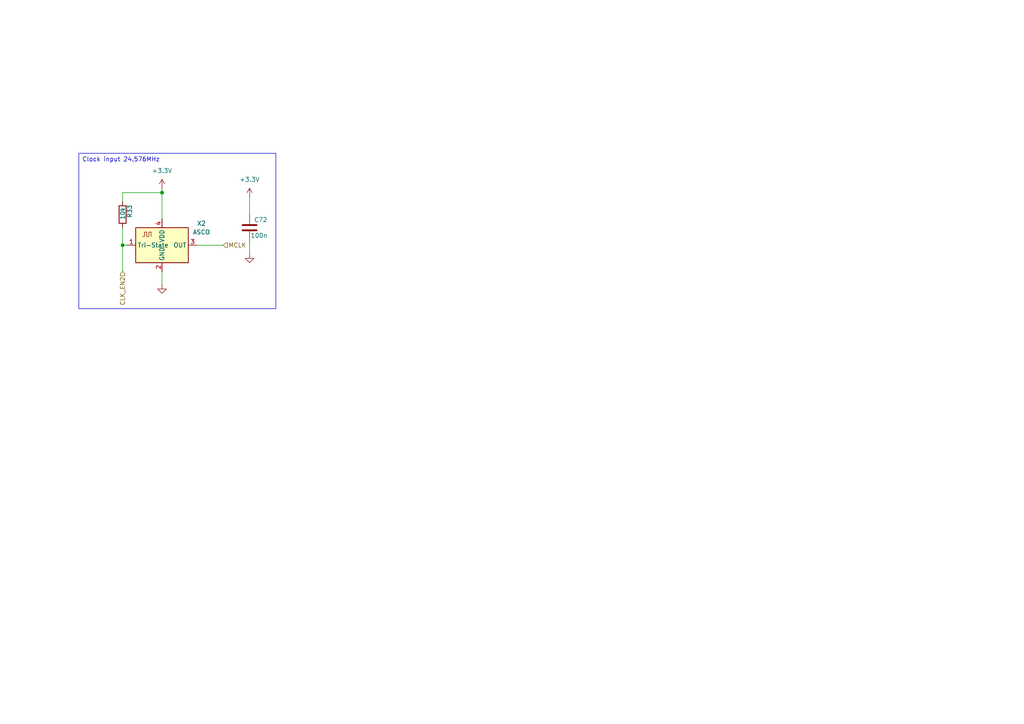
<source format=kicad_sch>
(kicad_sch (version 20231120) (generator "eeschema") (generator_version "8.0")
  (paper "A4")
  (lib_symbols
    (symbol "Device:C" (pin_numbers hide) (pin_names (offset 0.254))
      (property "Reference" "C" (at 0.635 2.54 0))
      (property "Value" "C" (at 0.635 -2.54 0))
      (symbol "C_0_1"
        (polyline (pts (xy -2.032 -0.762) (xy 2.032 -0.762)) (stroke (width 0.508)))
        (polyline (pts (xy -2.032 0.762) (xy 2.032 0.762)) (stroke (width 0.508)))
      )
      (symbol "C_1_1"
        (pin passive line (at 0 3.81 270) (length 2.794) (name "~") (number "1"))
        (pin passive line (at 0 -3.81 90) (length 2.794) (name "~") (number "2"))
      )
    )
    (symbol "Device:R" (pin_numbers hide) (pin_names (offset 0))
      (property "Reference" "R" (at 2.032 0 90))
      (property "Value" "R" (at 0 0 90))
      (symbol "R_0_1"
        (rectangle (start -1.016 -2.54) (end 1.016 2.54) (stroke (width 0.254)))
      )
      (symbol "R_1_1"
        (pin passive line (at 0 3.81 270) (length 1.27) (name "~") (number "1"))
        (pin passive line (at 0 -3.81 90) (length 1.27) (name "~") (number "2"))
      )
    )
    (symbol "Oscillator:ASCO"
      (property "Reference" "X" (at -7.62 6.35 0))
      (property "Value" "ASCO" (at 1.27 -6.35 0))
      (symbol "ASCO_0_1"
        (rectangle (start -7.62 5.08) (end 7.62 -5.08) (stroke (width 0.254)) (fill (type background)))
        (polyline (pts (xy -5.715 2.54) (xy -5.08 2.54) (xy -5.08 3.81) (xy -4.445 3.81) (xy -4.445 2.54) (xy -3.81 2.54) (xy -3.81 3.81) (xy -3.175 3.81) (xy -3.175 2.54)))
      )
      (symbol "ASCO_1_1"
        (pin input line (at -10.16 0 0) (length 2.54) (name "Tri-State") (number "1"))
        (pin power_in line (at 0 -7.62 90) (length 2.54) (name "GND") (number "2"))
        (pin output line (at 10.16 0 180) (length 2.54) (name "OUT") (number "3"))
        (pin power_in line (at 0 7.62 270) (length 2.54) (name "VDD") (number "4"))
      )
    )
    (symbol "power:+3.3V" (power) (pin_numbers hide) (pin_names (offset 0) hide)
      (property "Value" "+3.3V" (at 0 3.556 0))
      (symbol "+3.3V_0_1"
        (polyline (pts (xy -0.762 1.27) (xy 0 2.54)))
        (polyline (pts (xy 0 0) (xy 0 2.54)))
        (polyline (pts (xy 0 2.54) (xy 0.762 1.27)))
      )
      (symbol "+3.3V_1_1"
        (pin power_in line (at 0 0 90) (length 0) (name "~") (number "1"))
      )
    )
    (symbol "power:GND" (power) (pin_numbers hide) (pin_names (offset 0) hide)
      (property "Value" "GND" (at 0 -3.81 0))
      (symbol "GND_0_1"
        (polyline (pts (xy 0 0) (xy 0 -1.27) (xy 1.27 -1.27) (xy 0 -2.54) (xy -1.27 -1.27) (xy 0 -1.27)))
      )
      (symbol "GND_1_1"
        (pin power_in line (at 0 0 270) (length 0) (name "~") (number "1"))
      )
    )
  )
  (junction (at 35.56 71.12))
  (junction (at 46.99 55.88))
  (wire (pts (xy 46.99 78.74) (xy 46.99 82.55)))
  (wire (pts (xy 35.56 55.88) (xy 46.99 55.88)))
  (wire (pts (xy 35.56 58.42) (xy 35.56 55.88)))
  (wire (pts (xy 57.15 71.12) (xy 64.77 71.12)))
  (wire (pts (xy 35.56 66.04) (xy 35.56 71.12)))
  (wire (pts (xy 46.99 54.61) (xy 46.99 55.88)))
  (wire (pts (xy 72.39 57.15) (xy 72.39 62.23)))
  (wire (pts (xy 72.39 69.85) (xy 72.39 73.66)))
  (wire (pts (xy 46.99 55.88) (xy 46.99 63.5)))
  (wire (pts (xy 35.56 71.12) (xy 35.56 78.74)))
  (wire (pts (xy 35.56 71.12) (xy 36.83 71.12)))
  (text_box "Clock input 24.576MHz" (at 22.86 44.45 0) (size 57.15 45.085) (effects (font (size 1.27 1.27)) (justify left top)))
  (hierarchical_label "CLK_EN2" (shape input) (at 35.56 78.74 270))
  (hierarchical_label "MCLK" (shape input) (at 64.77 71.12 0))
  (symbol (lib_id "power:+3.3V") (at 46.99 54.61 0) (unit 1)
    (property "Reference" "#PWR053" (effects (hide yes)))
    (property "Value" "+3.3V" (at 46.99 49.53 0))
    (property "Description" "Power symbol creates a global label with name \"+3.3V\"" (effects (hide yes)))
  )
  (symbol (lib_id "power:GND") (at 46.99 82.55 0) (unit 1)
    (property "Reference" "#PWR054" (effects (hide yes)))
    (property "Value" "GND" (effects (hide yes)))
    (property "Description" "Power symbol creates a global label with name \"GND\" , ground" (effects (hide yes)))
  )
  (symbol (lib_id "Device:R") (at 35.56 62.23 0) (unit 1)
    (property "Reference" "R33" (at 37.592 63.246 90) (effects (justify left)))
    (property "Value" "10k" (at 35.56 63.754 90) (effects (justify left)))
    (property "Footprint" "Resistor_SMD:R_0402_1005Metric" (effects (hide yes)))
    (property "Description" "Resistor" (effects (hide yes)))
  )
  (symbol (lib_id "power:+3.3V") (at 72.39 57.15 0) (unit 1)
    (property "Reference" "#PWR055" (effects (hide yes)))
    (property "Value" "+3.3V" (at 72.39 52.07 0))
    (property "Description" "Power symbol creates a global label with name \"+3.3V\"" (effects (hide yes)))
  )
  (symbol (lib_id "power:GND") (at 72.39 73.66 0) (unit 1)
    (property "Reference" "#PWR056" (effects (hide yes)))
    (property "Value" "GND" (effects (hide yes)))
    (property "Description" "Power symbol creates a global label with name \"GND\" , ground" (effects (hide yes)))
  )
  (symbol (lib_id "Oscillator:ASCO") (at 46.99 71.12 0) (unit 1)
    (property "Reference" "X2" (at 58.42 64.8014 0))
    (property "Value" "ASCO" (at 58.42 67.3414 0))
    (property "Footprint" "Crystal:Crystal_SMD_2520-4Pin_2.5x2.0mm" (effects (hide yes)))
    (property "Datasheet" "https://abracon.com/Oscillators/ASCO.pdf" (effects (hide yes)))
    (property "Description" "Crystal Clock Oscillator, Abracon ASCO" (effects (hide yes)))
  )
  (symbol (lib_id "Device:C") (at 72.39 66.04 0) (unit 1)
    (property "Reference" "C72" (at 73.66 63.754 0) (effects (justify left)))
    (property "Value" "100n" (at 72.644 68.326 0) (effects (justify left)))
    (property "Footprint" "Capacitor_SMD:C_0402_1005Metric" (effects (hide yes)))
    (property "Description" "Unpolarized capacitor" (effects (hide yes)))
  )
)
</source>
